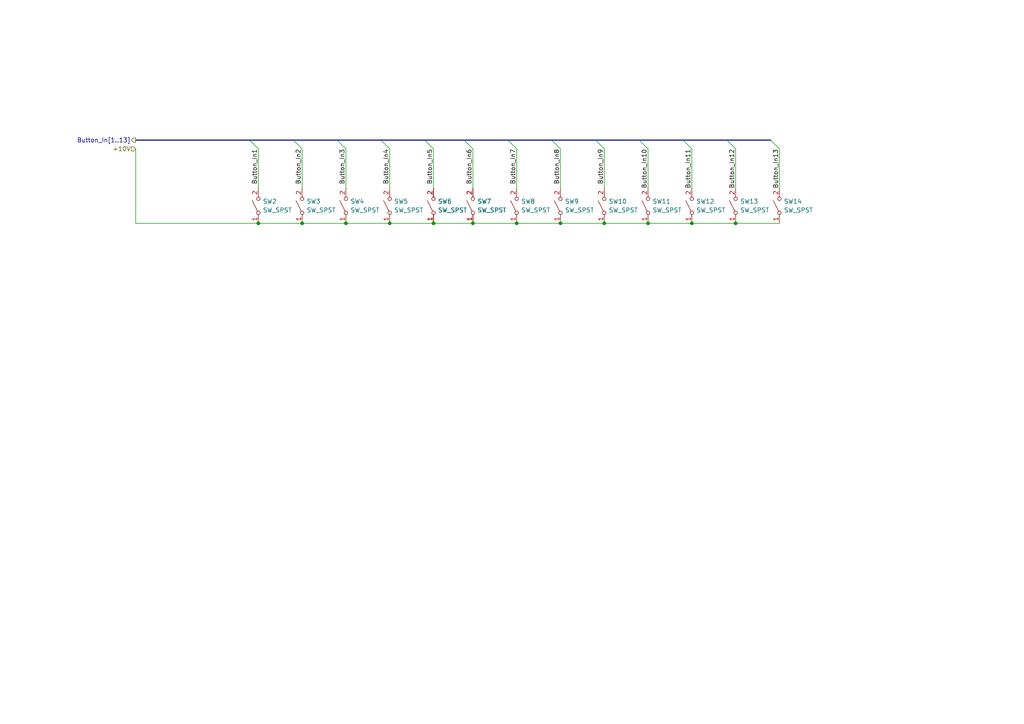
<source format=kicad_sch>
(kicad_sch (version 20250114) (generator "eeschema") (generator_version "9.0")
  (paper "A4")
  (lib_symbols
    (symbol "Switch:SW_SPST" (pin_names (offset 0) (hide yes))
      (property "Reference" "SW" (at 0 3.175 0))
      (property "Value" "SW_SPST" (at 0 -2.54 0))
      (symbol "SW_SPST_0_0"
        (circle (center -2.032 0) (radius 0.508))
        (polyline (pts (xy -1.524 0.254) (xy 1.524 1.778)))
        (circle (center 2.032 0) (radius 0.508))
      )
      (symbol "SW_SPST_1_1"
        (pin passive line (at -5.08 0 0) (length 2.54) (name "A") (number "1"))
        (pin passive line (at 5.08 0 180) (length 2.54) (name "B") (number "2"))
      )
    )
  )
  (junction (at 113.03 64.77))
  (junction (at 125.73 64.77))
  (junction (at 162.56 64.77))
  (junction (at 74.93 64.77))
  (junction (at 87.63 64.77))
  (junction (at 200.66 64.77))
  (junction (at 187.96 64.77))
  (junction (at 137.16 64.77))
  (junction (at 175.26 64.77))
  (junction (at 213.36 64.77))
  (junction (at 100.33 64.77))
  (junction (at 149.86 64.77))
  (bus_entry (at 147.32 40.64) (size 2.54 2.54))
  (bus_entry (at 85.09 40.64) (size 2.54 2.54))
  (bus_entry (at 110.49 40.64) (size 2.54 2.54))
  (bus_entry (at 123.19 40.64) (size 2.54 2.54))
  (bus_entry (at 72.39 40.64) (size 2.54 2.54))
  (bus_entry (at 185.42 40.64) (size 2.54 2.54))
  (bus_entry (at 210.82 40.64) (size 2.54 2.54))
  (bus_entry (at 198.12 40.64) (size 2.54 2.54))
  (bus_entry (at 134.62 40.64) (size 2.54 2.54))
  (bus_entry (at 160.02 40.64) (size 2.54 2.54))
  (bus_entry (at 172.72 40.64) (size 2.54 2.54))
  (bus_entry (at 223.52 40.64) (size 2.54 2.54))
  (bus_entry (at 97.79 40.64) (size 2.54 2.54))
  (bus (pts (xy 110.49 40.64) (xy 123.19 40.64)))
  (wire (pts (xy 187.96 64.77) (xy 200.66 64.77)))
  (bus (pts (xy 185.42 40.64) (xy 198.12 40.64)))
  (wire (pts (xy 74.93 64.77) (xy 87.63 64.77)))
  (wire (pts (xy 39.37 64.77) (xy 74.93 64.77)))
  (wire (pts (xy 100.33 64.77) (xy 113.03 64.77)))
  (wire (pts (xy 113.03 64.77) (xy 125.73 64.77)))
  (wire (pts (xy 162.56 64.77) (xy 175.26 64.77)))
  (bus (pts (xy 97.79 40.64) (xy 110.49 40.64)))
  (wire (pts (xy 137.16 43.18) (xy 137.16 54.61)))
  (wire (pts (xy 87.63 43.18) (xy 87.63 54.61)))
  (bus (pts (xy 134.62 40.64) (xy 147.32 40.64)))
  (wire (pts (xy 200.66 43.18) (xy 200.66 54.61)))
  (wire (pts (xy 149.86 43.18) (xy 149.86 54.61)))
  (wire (pts (xy 226.06 43.18) (xy 226.06 54.61)))
  (bus (pts (xy 85.09 40.64) (xy 97.79 40.64)))
  (wire (pts (xy 100.33 43.18) (xy 100.33 54.61)))
  (bus (pts (xy 72.39 40.64) (xy 85.09 40.64)))
  (bus (pts (xy 39.37 40.64) (xy 72.39 40.64)))
  (wire (pts (xy 137.16 64.77) (xy 149.86 64.77)))
  (wire (pts (xy 74.93 54.61) (xy 74.93 43.18)))
  (wire (pts (xy 125.73 64.77) (xy 137.16 64.77)))
  (wire (pts (xy 149.86 64.77) (xy 162.56 64.77)))
  (wire (pts (xy 175.26 43.18) (xy 175.26 54.61)))
  (bus (pts (xy 172.72 40.64) (xy 185.42 40.64)))
  (wire (pts (xy 213.36 64.77) (xy 226.06 64.77)))
  (bus (pts (xy 160.02 40.64) (xy 172.72 40.64)))
  (wire (pts (xy 125.73 43.18) (xy 125.73 54.61)))
  (wire (pts (xy 213.36 43.18) (xy 213.36 54.61)))
  (bus (pts (xy 123.19 40.64) (xy 134.62 40.64)))
  (wire (pts (xy 162.56 43.18) (xy 162.56 54.61)))
  (wire (pts (xy 200.66 64.77) (xy 213.36 64.77)))
  (wire (pts (xy 87.63 64.77) (xy 100.33 64.77)))
  (wire (pts (xy 113.03 43.18) (xy 113.03 54.61)))
  (bus (pts (xy 198.12 40.64) (xy 210.82 40.64)))
  (wire (pts (xy 187.96 43.18) (xy 187.96 54.61)))
  (bus (pts (xy 147.32 40.64) (xy 160.02 40.64)))
  (wire (pts (xy 39.37 43.18) (xy 39.37 64.77)))
  (wire (pts (xy 175.26 64.77) (xy 187.96 64.77)))
  (bus (pts (xy 210.82 40.64) (xy 223.52 40.64)))
  (label "Button_In12" (at 213.36 43.18 270))
  (label "Button_In7" (at 149.86 43.18 270))
  (label "Button_In13" (at 226.06 43.18 270))
  (label "Button_In10" (at 187.96 43.18 270))
  (label "Button_In9" (at 175.26 43.18 270))
  (label "Button_In8" (at 162.56 43.18 270))
  (label "Button_In6" (at 137.16 43.18 270))
  (label "Button_In11" (at 200.66 43.18 270))
  (label "Button_In3" (at 100.33 43.18 270))
  (label "Button_In2" (at 87.63 43.18 270))
  (label "Button_In4" (at 113.03 43.18 270))
  (label "Button_In1" (at 74.93 43.18 270))
  (label "Button_In5" (at 125.73 43.18 270))
  (hierarchical_label "Button_In[1..13]" (shape output) (at 39.37 40.64 180))
  (hierarchical_label "+10V" (shape input) (at 39.37 43.18 180))
  (symbol (lib_id "Switch:SW_SPST") (at 149.86 59.69 90) (unit 1)
    (property "Reference" "SW8" (at 151.13 58.4199 90) (effects (justify right)))
    (property "Value" "SW_SPST" (at 151.13 60.9599 90) (effects (justify right)))
    (property "Footprint" "Button_Switch_SMD:SW_SPST_Omron_B3FS-101xP" (effects (hide yes)))
    (property "Description" "Single Pole Single Throw (SPST) switch" (effects (hide yes)))
  )
  (symbol (lib_id "Switch:SW_SPST") (at 87.63 59.69 90) (unit 1)
    (property "Reference" "SW3" (at 88.9 58.4199 90) (effects (justify right)))
    (property "Value" "SW_SPST" (at 88.9 60.9599 90) (effects (justify right)))
    (property "Footprint" "Button_Switch_SMD:SW_SPST_Omron_B3FS-101xP" (effects (hide yes)))
    (property "Description" "Single Pole Single Throw (SPST) switch" (effects (hide yes)))
  )
  (symbol (lib_id "Switch:SW_SPST") (at 74.93 59.69 90) (unit 1)
    (property "Reference" "SW2" (at 76.2 58.4199 90) (effects (justify right)))
    (property "Value" "SW_SPST" (at 76.2 60.9599 90) (effects (justify right)))
    (property "Footprint" "Button_Switch_SMD:SW_SPST_Omron_B3FS-101xP" (effects (hide yes)))
    (property "Description" "Single Pole Single Throw (SPST) switch" (effects (hide yes)))
  )
  (symbol (lib_id "Switch:SW_SPST") (at 137.16 59.69 90) (unit 1)
    (property "Reference" "SW7" (at 138.43 58.4199 90) (effects (justify right)))
    (property "Value" "SW_SPST" (at 138.43 60.9599 90) (effects (justify right)))
    (property "Footprint" "Button_Switch_SMD:SW_SPST_Omron_B3FS-101xP" (effects (hide yes)))
    (property "Description" "Single Pole Single Throw (SPST) switch" (effects (hide yes)))
  )
  (symbol (lib_id "Switch:SW_SPST") (at 113.03 59.69 90) (unit 1)
    (property "Reference" "SW5" (at 114.3 58.4199 90) (effects (justify right)))
    (property "Value" "SW_SPST" (at 114.3 60.9599 90) (effects (justify right)))
    (property "Footprint" "Button_Switch_SMD:SW_SPST_Omron_B3FS-101xP" (effects (hide yes)))
    (property "Description" "Single Pole Single Throw (SPST) switch" (effects (hide yes)))
  )
  (symbol (lib_id "Switch:SW_SPST") (at 200.66 59.69 90) (unit 1)
    (property "Reference" "SW12" (at 201.93 58.4199 90) (effects (justify right)))
    (property "Value" "SW_SPST" (at 201.93 60.9599 90) (effects (justify right)))
    (property "Footprint" "Button_Switch_SMD:SW_SPST_Omron_B3FS-101xP" (effects (hide yes)))
    (property "Description" "Single Pole Single Throw (SPST) switch" (effects (hide yes)))
  )
  (symbol (lib_id "Switch:SW_SPST") (at 213.36 59.69 90) (unit 1)
    (property "Reference" "SW13" (at 214.63 58.4199 90) (effects (justify right)))
    (property "Value" "SW_SPST" (at 214.63 60.9599 90) (effects (justify right)))
    (property "Footprint" "Button_Switch_SMD:SW_SPST_Omron_B3FS-101xP" (effects (hide yes)))
    (property "Description" "Single Pole Single Throw (SPST) switch" (effects (hide yes)))
  )
  (symbol (lib_id "Switch:SW_SPST") (at 125.73 59.69 90) (unit 1)
    (property "Reference" "SW6" (at 127 58.4199 90) (effects (justify right)))
    (property "Value" "SW_SPST" (at 127 60.9599 90) (effects (justify right)))
    (property "Footprint" "Button_Switch_SMD:SW_SPST_Omron_B3FS-101xP" (effects (hide yes)))
    (property "Description" "Single Pole Single Throw (SPST) switch" (effects (hide yes)))
  )
  (symbol (lib_id "Switch:SW_SPST") (at 187.96 59.69 90) (unit 1)
    (property "Reference" "SW11" (at 189.23 58.4199 90) (effects (justify right)))
    (property "Value" "SW_SPST" (at 189.23 60.9599 90) (effects (justify right)))
    (property "Footprint" "Button_Switch_SMD:SW_SPST_Omron_B3FS-101xP" (effects (hide yes)))
    (property "Description" "Single Pole Single Throw (SPST) switch" (effects (hide yes)))
  )
  (symbol (lib_id "Switch:SW_SPST") (at 162.56 59.69 90) (unit 1)
    (property "Reference" "SW9" (at 163.83 58.4199 90) (effects (justify right)))
    (property "Value" "SW_SPST" (at 163.83 60.9599 90) (effects (justify right)))
    (property "Footprint" "Button_Switch_SMD:SW_SPST_Omron_B3FS-101xP" (effects (hide yes)))
    (property "Description" "Single Pole Single Throw (SPST) switch" (effects (hide yes)))
  )
  (symbol (lib_id "Switch:SW_SPST") (at 175.26 59.69 90) (unit 1)
    (property "Reference" "SW10" (at 176.53 58.4199 90) (effects (justify right)))
    (property "Value" "SW_SPST" (at 176.53 60.9599 90) (effects (justify right)))
    (property "Footprint" "Button_Switch_SMD:SW_SPST_Omron_B3FS-101xP" (effects (hide yes)))
    (property "Description" "Single Pole Single Throw (SPST) switch" (effects (hide yes)))
  )
  (symbol (lib_id "Switch:SW_SPST") (at 100.33 59.69 90) (unit 1)
    (property "Reference" "SW4" (at 101.6 58.4199 90) (effects (justify right)))
    (property "Value" "SW_SPST" (at 101.6 60.9599 90) (effects (justify right)))
    (property "Footprint" "Button_Switch_SMD:SW_SPST_Omron_B3FS-101xP" (effects (hide yes)))
    (property "Description" "Single Pole Single Throw (SPST) switch" (effects (hide yes)))
  )
  (symbol (lib_id "Switch:SW_SPST") (at 226.06 59.69 90) (unit 1)
    (property "Reference" "SW14" (at 227.33 58.4199 90) (effects (justify right)))
    (property "Value" "SW_SPST" (at 227.33 60.9599 90) (effects (justify right)))
    (property "Footprint" "Button_Switch_SMD:SW_SPST_Omron_B3FS-101xP" (effects (hide yes)))
    (property "Description" "Single Pole Single Throw (SPST) switch" (effects (hide yes)))
  )
)
</source>
